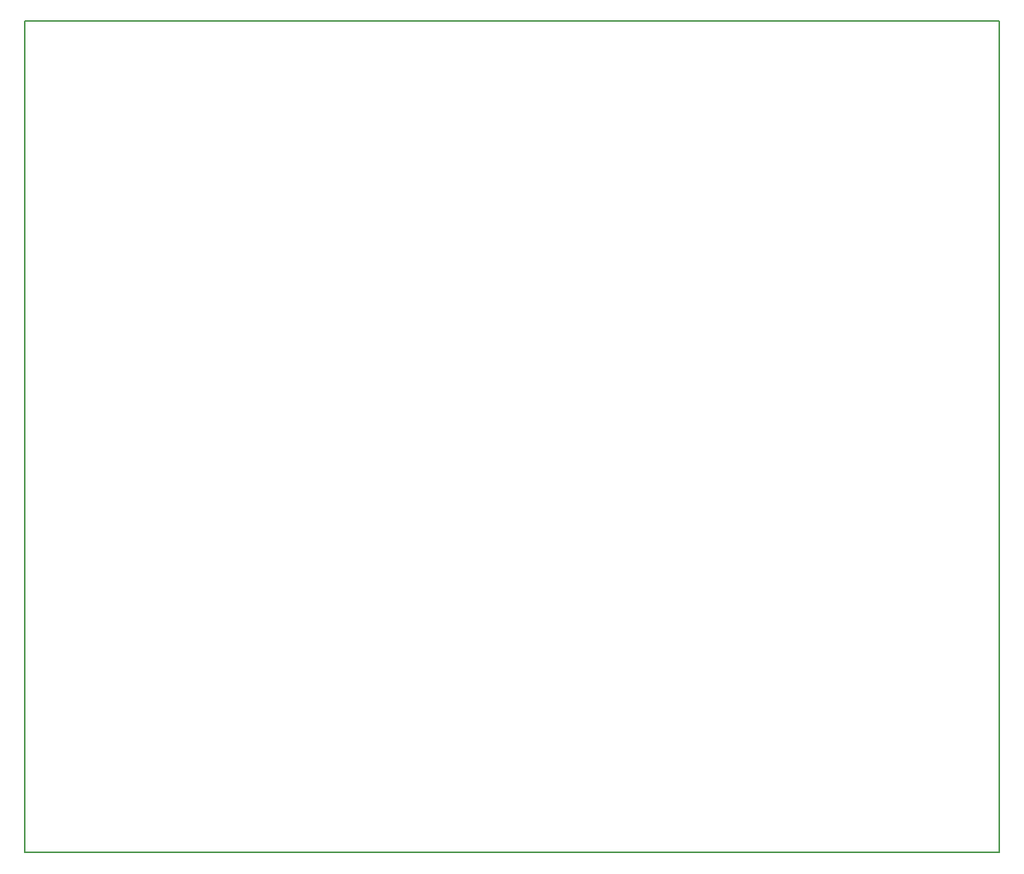
<source format=gbr>
G04 #@! TF.GenerationSoftware,KiCad,Pcbnew,(5.1.0-rc1-113-g51cc783e7)*
G04 #@! TF.CreationDate,2019-03-14T17:18:50-04:00
G04 #@! TF.ProjectId,fk-naturalist-sensors,666b2d6e-6174-4757-9261-6c6973742d73,rev?*
G04 #@! TF.SameCoordinates,Original*
G04 #@! TF.FileFunction,Profile,NP*
%FSLAX46Y46*%
G04 Gerber Fmt 4.6, Leading zero omitted, Abs format (unit mm)*
G04 Created by KiCad (PCBNEW (5.1.0-rc1-113-g51cc783e7)) date 2019-03-14 17:18:50*
%MOMM*%
%LPD*%
G04 APERTURE LIST*
%ADD10C,0.150000*%
G04 APERTURE END LIST*
D10*
X125000000Y-15000000D02*
X125000000Y-109000000D01*
X15000000Y-15000000D02*
X15000000Y-109000000D01*
X15000000Y-109000000D02*
X125000000Y-109000000D01*
X15000000Y-15000000D02*
X125000000Y-15000000D01*
M02*

</source>
